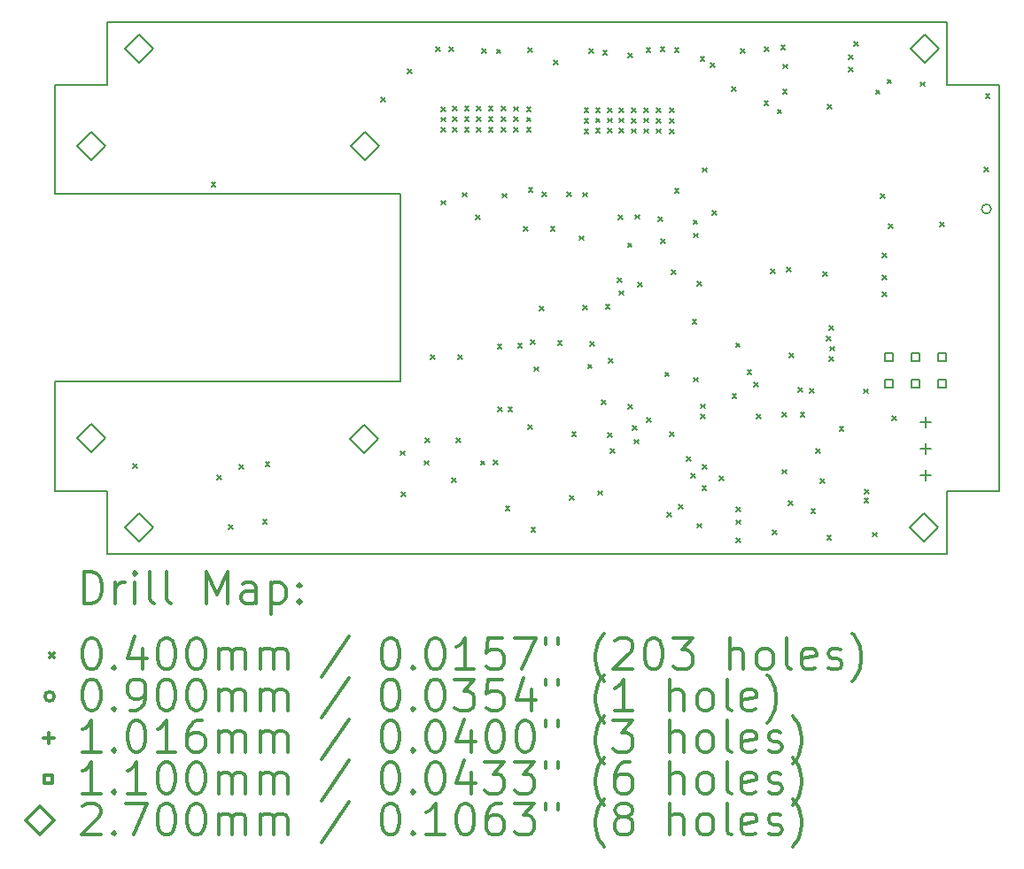
<source format=gbr>
%FSLAX45Y45*%
G04 Gerber Fmt 4.5, Leading zero omitted, Abs format (unit mm)*
G04 Created by KiCad (PCBNEW (5.1.10)-1) date 2021-08-05 17:20:47*
%MOMM*%
%LPD*%
G01*
G04 APERTURE LIST*
%TA.AperFunction,Profile*%
%ADD10C,0.203200*%
%TD*%
%ADD11C,0.200000*%
%ADD12C,0.300000*%
G04 APERTURE END LIST*
D10*
X15578460Y-9779300D02*
X15578460Y-11575080D01*
X12279000Y-9779300D02*
X15578460Y-9779300D01*
X12279000Y-8732820D02*
X12279000Y-9779300D01*
X20798160Y-8133380D02*
X12776840Y-8133380D01*
X21298540Y-8732820D02*
X21298540Y-8732820D01*
X12776840Y-12621560D02*
X12776840Y-13221000D01*
X15578460Y-11575080D02*
X12279000Y-11575080D01*
X12776840Y-8732820D02*
X12279000Y-8732820D01*
X12279000Y-12621560D02*
X12776840Y-12621560D01*
X21298540Y-12621560D02*
X21298540Y-8732820D01*
X20798160Y-12621560D02*
X21298540Y-12621560D01*
X20798160Y-13221000D02*
X20798160Y-12621560D01*
X12776840Y-13221000D02*
X20798160Y-13221000D01*
X20798160Y-8732820D02*
X20798160Y-8133380D01*
X21298540Y-8732820D02*
X20798160Y-8732820D01*
X12279000Y-11575080D02*
X12279000Y-12621560D01*
X12776840Y-8133380D02*
X12776840Y-8732820D01*
D11*
X13020000Y-12360000D02*
X13060000Y-12400000D01*
X13060000Y-12360000D02*
X13020000Y-12400000D01*
X13771000Y-9670000D02*
X13811000Y-9710000D01*
X13811000Y-9670000D02*
X13771000Y-9710000D01*
X13827000Y-12470000D02*
X13867000Y-12510000D01*
X13867000Y-12470000D02*
X13827000Y-12510000D01*
X13938000Y-12945000D02*
X13978000Y-12985000D01*
X13978000Y-12945000D02*
X13938000Y-12985000D01*
X14035000Y-12367000D02*
X14075000Y-12407000D01*
X14075000Y-12367000D02*
X14035000Y-12407000D01*
X14262000Y-12892000D02*
X14302000Y-12932000D01*
X14302000Y-12892000D02*
X14262000Y-12932000D01*
X14287000Y-12342000D02*
X14327000Y-12382000D01*
X14327000Y-12342000D02*
X14287000Y-12382000D01*
X15391000Y-8856000D02*
X15431000Y-8896000D01*
X15431000Y-8856000D02*
X15391000Y-8896000D01*
X15579000Y-12239000D02*
X15619000Y-12279000D01*
X15619000Y-12239000D02*
X15579000Y-12279000D01*
X15590000Y-12635000D02*
X15630000Y-12675000D01*
X15630000Y-12635000D02*
X15590000Y-12675000D01*
X15646370Y-8586370D02*
X15686370Y-8626370D01*
X15686370Y-8586370D02*
X15646370Y-8626370D01*
X15805000Y-12332000D02*
X15845000Y-12372000D01*
X15845000Y-12332000D02*
X15805000Y-12372000D01*
X15813000Y-12113000D02*
X15853000Y-12153000D01*
X15853000Y-12113000D02*
X15813000Y-12153000D01*
X15869001Y-11323000D02*
X15909001Y-11363000D01*
X15909001Y-11323000D02*
X15869001Y-11363000D01*
X15915500Y-8371500D02*
X15955500Y-8411500D01*
X15955500Y-8371500D02*
X15915500Y-8411500D01*
X15966782Y-9842218D02*
X16006782Y-9882218D01*
X16006782Y-9842218D02*
X15966782Y-9882218D01*
X15970000Y-8947000D02*
X16010000Y-8987000D01*
X16010000Y-8947000D02*
X15970000Y-8987000D01*
X15970000Y-9047000D02*
X16010000Y-9087000D01*
X16010000Y-9047000D02*
X15970000Y-9087000D01*
X15970000Y-9147000D02*
X16010000Y-9187000D01*
X16010000Y-9147000D02*
X15970000Y-9187000D01*
X16041766Y-8371766D02*
X16081766Y-8411766D01*
X16081766Y-8371766D02*
X16041766Y-8411766D01*
X16070000Y-12498000D02*
X16110000Y-12538000D01*
X16110000Y-12498000D02*
X16070000Y-12538000D01*
X16079609Y-8942609D02*
X16119609Y-8982609D01*
X16119609Y-8942609D02*
X16079609Y-8982609D01*
X16079609Y-9042609D02*
X16119609Y-9082609D01*
X16119609Y-9042609D02*
X16079609Y-9082609D01*
X16079609Y-9142609D02*
X16119609Y-9182609D01*
X16119609Y-9142609D02*
X16079609Y-9182609D01*
X16113000Y-12119000D02*
X16153000Y-12159000D01*
X16153000Y-12119000D02*
X16113000Y-12159000D01*
X16130000Y-11320000D02*
X16170000Y-11360000D01*
X16170000Y-11320000D02*
X16130000Y-11360000D01*
X16171000Y-9767000D02*
X16211000Y-9807000D01*
X16211000Y-9767000D02*
X16171000Y-9807000D01*
X16193000Y-8942000D02*
X16233000Y-8982000D01*
X16233000Y-8942000D02*
X16193000Y-8982000D01*
X16193000Y-9042000D02*
X16233000Y-9082000D01*
X16233000Y-9042000D02*
X16193000Y-9082000D01*
X16193000Y-9142000D02*
X16233000Y-9182000D01*
X16233000Y-9142000D02*
X16193000Y-9182000D01*
X16297000Y-9980000D02*
X16337000Y-10020000D01*
X16337000Y-9980000D02*
X16297000Y-10020000D01*
X16307000Y-8942000D02*
X16347000Y-8982000D01*
X16347000Y-8942000D02*
X16307000Y-8982000D01*
X16307000Y-9042000D02*
X16347000Y-9082000D01*
X16347000Y-9042000D02*
X16307000Y-9082000D01*
X16307000Y-9142000D02*
X16347000Y-9182000D01*
X16347000Y-9142000D02*
X16307000Y-9182000D01*
X16345000Y-12332000D02*
X16385000Y-12372000D01*
X16385000Y-12332000D02*
X16345000Y-12372000D01*
X16358000Y-8393000D02*
X16398000Y-8433000D01*
X16398000Y-8393000D02*
X16358000Y-8433000D01*
X16422000Y-8944000D02*
X16462000Y-8984000D01*
X16462000Y-8944000D02*
X16422000Y-8984000D01*
X16422000Y-9044000D02*
X16462000Y-9084000D01*
X16462000Y-9044000D02*
X16422000Y-9084000D01*
X16422000Y-9144000D02*
X16462000Y-9184000D01*
X16462000Y-9144000D02*
X16422000Y-9184000D01*
X16464750Y-12329750D02*
X16504750Y-12369750D01*
X16504750Y-12329750D02*
X16464750Y-12369750D01*
X16497000Y-8394000D02*
X16537000Y-8434000D01*
X16537000Y-8394000D02*
X16497000Y-8434000D01*
X16505000Y-11220000D02*
X16545000Y-11260000D01*
X16545000Y-11220000D02*
X16505000Y-11260000D01*
X16508000Y-11821000D02*
X16548000Y-11861000D01*
X16548000Y-11821000D02*
X16508000Y-11861000D01*
X16542000Y-8943000D02*
X16582000Y-8983000D01*
X16582000Y-8943000D02*
X16542000Y-8983000D01*
X16542000Y-9043000D02*
X16582000Y-9083000D01*
X16582000Y-9043000D02*
X16542000Y-9083000D01*
X16542000Y-9143000D02*
X16582000Y-9183000D01*
X16582000Y-9143000D02*
X16542000Y-9183000D01*
X16552000Y-9775000D02*
X16592000Y-9815000D01*
X16592000Y-9775000D02*
X16552000Y-9815000D01*
X16581000Y-12766000D02*
X16621000Y-12806000D01*
X16621000Y-12766000D02*
X16581000Y-12806000D01*
X16607993Y-11822176D02*
X16647993Y-11862176D01*
X16647993Y-11822176D02*
X16607993Y-11862176D01*
X16662000Y-8945000D02*
X16702000Y-8985000D01*
X16702000Y-8945000D02*
X16662000Y-8985000D01*
X16662000Y-9045000D02*
X16702000Y-9085000D01*
X16702000Y-9045000D02*
X16662000Y-9085000D01*
X16662000Y-9145000D02*
X16702000Y-9185000D01*
X16702000Y-9145000D02*
X16662000Y-9185000D01*
X16700000Y-11210000D02*
X16740000Y-11250000D01*
X16740000Y-11210000D02*
X16700000Y-11250000D01*
X16756000Y-10090000D02*
X16796000Y-10130000D01*
X16796000Y-10090000D02*
X16756000Y-10130000D01*
X16786000Y-8947000D02*
X16826000Y-8987000D01*
X16826000Y-8947000D02*
X16786000Y-8987000D01*
X16786000Y-9047000D02*
X16826000Y-9087000D01*
X16826000Y-9047000D02*
X16786000Y-9087000D01*
X16786000Y-9147000D02*
X16826000Y-9187000D01*
X16826000Y-9147000D02*
X16786000Y-9187000D01*
X16795000Y-8381000D02*
X16835000Y-8421000D01*
X16835000Y-8381000D02*
X16795000Y-8421000D01*
X16798000Y-11988000D02*
X16838000Y-12028000D01*
X16838000Y-11988000D02*
X16798000Y-12028000D01*
X16803000Y-9722000D02*
X16843000Y-9762000D01*
X16843000Y-9722000D02*
X16803000Y-9762000D01*
X16822000Y-11175000D02*
X16862000Y-11215000D01*
X16862000Y-11175000D02*
X16822000Y-11215000D01*
X16827000Y-12974000D02*
X16867000Y-13014000D01*
X16867000Y-12974000D02*
X16827000Y-13014000D01*
X16855000Y-11435000D02*
X16895000Y-11475000D01*
X16895000Y-11435000D02*
X16855000Y-11475000D01*
X16909000Y-10853000D02*
X16949000Y-10893000D01*
X16949000Y-10853000D02*
X16909000Y-10893000D01*
X16931655Y-9759501D02*
X16971655Y-9799501D01*
X16971655Y-9759501D02*
X16931655Y-9799501D01*
X17014000Y-10091000D02*
X17054000Y-10131000D01*
X17054000Y-10091000D02*
X17014000Y-10131000D01*
X17045000Y-8500000D02*
X17085000Y-8540000D01*
X17085000Y-8500000D02*
X17045000Y-8540000D01*
X17082000Y-11185000D02*
X17122000Y-11225000D01*
X17122000Y-11185000D02*
X17082000Y-11225000D01*
X17167500Y-9759501D02*
X17207500Y-9799501D01*
X17207500Y-9759501D02*
X17167500Y-9799501D01*
X17195000Y-12668000D02*
X17235000Y-12708000D01*
X17235000Y-12668000D02*
X17195000Y-12708000D01*
X17216000Y-12058000D02*
X17256000Y-12098000D01*
X17256000Y-12058000D02*
X17216000Y-12098000D01*
X17287000Y-10181000D02*
X17327000Y-10221000D01*
X17327000Y-10181000D02*
X17287000Y-10221000D01*
X17324000Y-10847000D02*
X17364000Y-10887000D01*
X17364000Y-10847000D02*
X17324000Y-10887000D01*
X17325000Y-9767000D02*
X17365000Y-9807000D01*
X17365000Y-9767000D02*
X17325000Y-9807000D01*
X17335000Y-8960000D02*
X17375000Y-9000000D01*
X17375000Y-8960000D02*
X17335000Y-9000000D01*
X17335000Y-9060000D02*
X17375000Y-9100000D01*
X17375000Y-9060000D02*
X17335000Y-9100000D01*
X17335000Y-9160000D02*
X17375000Y-9200000D01*
X17375000Y-9160000D02*
X17335000Y-9200000D01*
X17369000Y-11408000D02*
X17409000Y-11448000D01*
X17409000Y-11408000D02*
X17369000Y-11448000D01*
X17381000Y-8391000D02*
X17421000Y-8431000D01*
X17421000Y-8391000D02*
X17381000Y-8431000D01*
X17388000Y-11191000D02*
X17428000Y-11231000D01*
X17428000Y-11191000D02*
X17388000Y-11231000D01*
X17444609Y-8955609D02*
X17484609Y-8995609D01*
X17484609Y-8955609D02*
X17444609Y-8995609D01*
X17444609Y-9055609D02*
X17484609Y-9095609D01*
X17484609Y-9055609D02*
X17444609Y-9095609D01*
X17444609Y-9155609D02*
X17484609Y-9195609D01*
X17484609Y-9155609D02*
X17444609Y-9195609D01*
X17465000Y-12620000D02*
X17505000Y-12660000D01*
X17505000Y-12620000D02*
X17465000Y-12660000D01*
X17498851Y-11752095D02*
X17538851Y-11792095D01*
X17538851Y-11752095D02*
X17498851Y-11792095D01*
X17514000Y-8405000D02*
X17554000Y-8445000D01*
X17554000Y-8405000D02*
X17514000Y-8445000D01*
X17539000Y-10838000D02*
X17579000Y-10878000D01*
X17579000Y-10838000D02*
X17539000Y-10878000D01*
X17558000Y-8955000D02*
X17598000Y-8995000D01*
X17598000Y-8955000D02*
X17558000Y-8995000D01*
X17558000Y-9055000D02*
X17598000Y-9095000D01*
X17598000Y-9055000D02*
X17558000Y-9095000D01*
X17558000Y-9155000D02*
X17598000Y-9195000D01*
X17598000Y-9155000D02*
X17558000Y-9195000D01*
X17559000Y-12067000D02*
X17599000Y-12107000D01*
X17599000Y-12067000D02*
X17559000Y-12107000D01*
X17571000Y-11356000D02*
X17611000Y-11396000D01*
X17611000Y-11356000D02*
X17571000Y-11396000D01*
X17583000Y-12215001D02*
X17623000Y-12255001D01*
X17623000Y-12215001D02*
X17583000Y-12255001D01*
X17651266Y-10583734D02*
X17691266Y-10623734D01*
X17691266Y-10583734D02*
X17651266Y-10623734D01*
X17662000Y-9980000D02*
X17702000Y-10020000D01*
X17702000Y-9980000D02*
X17662000Y-10020000D01*
X17672000Y-8955000D02*
X17712000Y-8995000D01*
X17712000Y-8955000D02*
X17672000Y-8995000D01*
X17672000Y-9055000D02*
X17712000Y-9095000D01*
X17712000Y-9055000D02*
X17672000Y-9095000D01*
X17672000Y-9155000D02*
X17712000Y-9195000D01*
X17712000Y-9155000D02*
X17672000Y-9195000D01*
X17672000Y-10707000D02*
X17712000Y-10747000D01*
X17712000Y-10707000D02*
X17672000Y-10747000D01*
X17751242Y-10249212D02*
X17791242Y-10289212D01*
X17791242Y-10249212D02*
X17751242Y-10289212D01*
X17755000Y-11792000D02*
X17795000Y-11832000D01*
X17795000Y-11792000D02*
X17755000Y-11832000D01*
X17756000Y-8432000D02*
X17796000Y-8472000D01*
X17796000Y-8432000D02*
X17756000Y-8472000D01*
X17787000Y-8957000D02*
X17827000Y-8997000D01*
X17827000Y-8957000D02*
X17787000Y-8997000D01*
X17787000Y-9057000D02*
X17827000Y-9097000D01*
X17827000Y-9057000D02*
X17787000Y-9097000D01*
X17787000Y-9157000D02*
X17827000Y-9197000D01*
X17827000Y-9157000D02*
X17787000Y-9197000D01*
X17796000Y-11997000D02*
X17836000Y-12037000D01*
X17836000Y-11997000D02*
X17796000Y-12037000D01*
X17817000Y-12129500D02*
X17857000Y-12169500D01*
X17857000Y-12129500D02*
X17817000Y-12169500D01*
X17820000Y-9979000D02*
X17860000Y-10019000D01*
X17860000Y-9979000D02*
X17820000Y-10019000D01*
X17850000Y-10625000D02*
X17890000Y-10665000D01*
X17890000Y-10625000D02*
X17850000Y-10665000D01*
X17907000Y-8956000D02*
X17947000Y-8996000D01*
X17947000Y-8956000D02*
X17907000Y-8996000D01*
X17907000Y-9056000D02*
X17947000Y-9096000D01*
X17947000Y-9056000D02*
X17907000Y-9096000D01*
X17907000Y-9156000D02*
X17947000Y-9196000D01*
X17947000Y-9156000D02*
X17907000Y-9196000D01*
X17929000Y-8380000D02*
X17969000Y-8420000D01*
X17969000Y-8380000D02*
X17929000Y-8420000D01*
X17932000Y-11924000D02*
X17972000Y-11964000D01*
X17972000Y-11924000D02*
X17932000Y-11964000D01*
X18027000Y-8958000D02*
X18067000Y-8998000D01*
X18067000Y-8958000D02*
X18027000Y-8998000D01*
X18027000Y-9058000D02*
X18067000Y-9098000D01*
X18067000Y-9058000D02*
X18027000Y-9098000D01*
X18027000Y-9158000D02*
X18067000Y-9198000D01*
X18067000Y-9158000D02*
X18027000Y-9198000D01*
X18045000Y-9999000D02*
X18085000Y-10039000D01*
X18085000Y-9999000D02*
X18045000Y-10039000D01*
X18064000Y-8374000D02*
X18104000Y-8414000D01*
X18104000Y-8374000D02*
X18064000Y-8414000D01*
X18070000Y-10209000D02*
X18110000Y-10249000D01*
X18110000Y-10209000D02*
X18070000Y-10249000D01*
X18105000Y-11486000D02*
X18145000Y-11526000D01*
X18145000Y-11486000D02*
X18105000Y-11526000D01*
X18128000Y-12830000D02*
X18168000Y-12870000D01*
X18168000Y-12830000D02*
X18128000Y-12870000D01*
X18151000Y-8960000D02*
X18191000Y-9000000D01*
X18191000Y-8960000D02*
X18151000Y-9000000D01*
X18151000Y-9060000D02*
X18191000Y-9100000D01*
X18191000Y-9060000D02*
X18151000Y-9100000D01*
X18151000Y-9160000D02*
X18191000Y-9200000D01*
X18191000Y-9160000D02*
X18151000Y-9200000D01*
X18152000Y-12059000D02*
X18192000Y-12099000D01*
X18192000Y-12059000D02*
X18152000Y-12099000D01*
X18167000Y-10506000D02*
X18207000Y-10546000D01*
X18207000Y-10506000D02*
X18167000Y-10546000D01*
X18198485Y-9728515D02*
X18238485Y-9768515D01*
X18238485Y-9728515D02*
X18198485Y-9768515D01*
X18200000Y-8380000D02*
X18240000Y-8420000D01*
X18240000Y-8380000D02*
X18200000Y-8420000D01*
X18238000Y-12754000D02*
X18278000Y-12794000D01*
X18278000Y-12754000D02*
X18238000Y-12794000D01*
X18310500Y-12294500D02*
X18350500Y-12334500D01*
X18350500Y-12294500D02*
X18310500Y-12334500D01*
X18354000Y-12454000D02*
X18394000Y-12494000D01*
X18394000Y-12454000D02*
X18354000Y-12494000D01*
X18369000Y-10983000D02*
X18409000Y-11023000D01*
X18409000Y-10983000D02*
X18369000Y-11023000D01*
X18376000Y-10028000D02*
X18416000Y-10068000D01*
X18416000Y-10028000D02*
X18376000Y-10068000D01*
X18381000Y-10156000D02*
X18421000Y-10196000D01*
X18421000Y-10156000D02*
X18381000Y-10196000D01*
X18381000Y-11535000D02*
X18421000Y-11575000D01*
X18421000Y-11535000D02*
X18381000Y-11575000D01*
X18415000Y-10618000D02*
X18455000Y-10658000D01*
X18455000Y-10618000D02*
X18415000Y-10658000D01*
X18416000Y-12934000D02*
X18456000Y-12974000D01*
X18456000Y-12934000D02*
X18416000Y-12974000D01*
X18445000Y-8465000D02*
X18485000Y-8505000D01*
X18485000Y-8465000D02*
X18445000Y-8505000D01*
X18447948Y-11790005D02*
X18487948Y-11830005D01*
X18487948Y-11790005D02*
X18447948Y-11830005D01*
X18449000Y-11890000D02*
X18489000Y-11930000D01*
X18489000Y-11890000D02*
X18449000Y-11930000D01*
X18461000Y-12572000D02*
X18501000Y-12612000D01*
X18501000Y-12572000D02*
X18461000Y-12612000D01*
X18466370Y-9528630D02*
X18506370Y-9568630D01*
X18506370Y-9528630D02*
X18466370Y-9568630D01*
X18466535Y-12367000D02*
X18506535Y-12407000D01*
X18506535Y-12367000D02*
X18466535Y-12407000D01*
X18544000Y-8526000D02*
X18584000Y-8566000D01*
X18584000Y-8526000D02*
X18544000Y-8566000D01*
X18556000Y-9941000D02*
X18596000Y-9981000D01*
X18596000Y-9941000D02*
X18556000Y-9981000D01*
X18629000Y-12481000D02*
X18669000Y-12521000D01*
X18669000Y-12481000D02*
X18629000Y-12521000D01*
X18748000Y-8752500D02*
X18788000Y-8792500D01*
X18788000Y-8752500D02*
X18748000Y-8792500D01*
X18749000Y-11694000D02*
X18789000Y-11734000D01*
X18789000Y-11694000D02*
X18749000Y-11734000D01*
X18783000Y-11206000D02*
X18823000Y-11246000D01*
X18823000Y-11206000D02*
X18783000Y-11246000D01*
X18787000Y-12900000D02*
X18827000Y-12940000D01*
X18827000Y-12900000D02*
X18787000Y-12940000D01*
X18789000Y-13073000D02*
X18829000Y-13113000D01*
X18829000Y-13073000D02*
X18789000Y-13113000D01*
X18790000Y-12774000D02*
X18830000Y-12814000D01*
X18830000Y-12774000D02*
X18790000Y-12814000D01*
X18827000Y-8393000D02*
X18867000Y-8433000D01*
X18867000Y-8393000D02*
X18827000Y-8433000D01*
X18893806Y-11466700D02*
X18933806Y-11506700D01*
X18933806Y-11466700D02*
X18893806Y-11506700D01*
X18955000Y-11583000D02*
X18995000Y-11623000D01*
X18995000Y-11583000D02*
X18955000Y-11623000D01*
X18985000Y-11887000D02*
X19025000Y-11927000D01*
X19025000Y-11887000D02*
X18985000Y-11927000D01*
X19054000Y-8892000D02*
X19094000Y-8932000D01*
X19094000Y-8892000D02*
X19054000Y-8932000D01*
X19059388Y-8372456D02*
X19099388Y-8412457D01*
X19099388Y-8372456D02*
X19059388Y-8412457D01*
X19117000Y-10497000D02*
X19157000Y-10537000D01*
X19157000Y-10497000D02*
X19117000Y-10537000D01*
X19132000Y-12999000D02*
X19172000Y-13039000D01*
X19172000Y-12999000D02*
X19132000Y-13039000D01*
X19181000Y-8970000D02*
X19221000Y-9010000D01*
X19221000Y-8970000D02*
X19181000Y-9010000D01*
X19215000Y-8354000D02*
X19255000Y-8394000D01*
X19255000Y-8354000D02*
X19215000Y-8394000D01*
X19228000Y-12416500D02*
X19268000Y-12456500D01*
X19268000Y-12416500D02*
X19228000Y-12456500D01*
X19230000Y-11873000D02*
X19270000Y-11913000D01*
X19270000Y-11873000D02*
X19230000Y-11913000D01*
X19232000Y-8783000D02*
X19272000Y-8823000D01*
X19272000Y-8783000D02*
X19232000Y-8823000D01*
X19237336Y-8539501D02*
X19277336Y-8579501D01*
X19277336Y-8539501D02*
X19237336Y-8579501D01*
X19269000Y-10482000D02*
X19309000Y-10522000D01*
X19309000Y-10482000D02*
X19269000Y-10522000D01*
X19285015Y-12719252D02*
X19325015Y-12759252D01*
X19325015Y-12719252D02*
X19285015Y-12759252D01*
X19297000Y-11304000D02*
X19337000Y-11344000D01*
X19337000Y-11304000D02*
X19297000Y-11344000D01*
X19378000Y-11632000D02*
X19418000Y-11672000D01*
X19418000Y-11632000D02*
X19378000Y-11672000D01*
X19401000Y-11869000D02*
X19441000Y-11909000D01*
X19441000Y-11869000D02*
X19401000Y-11909000D01*
X19490000Y-11642000D02*
X19530000Y-11682000D01*
X19530000Y-11642000D02*
X19490000Y-11682000D01*
X19504000Y-12796000D02*
X19544000Y-12836000D01*
X19544000Y-12796000D02*
X19504000Y-12836000D01*
X19548000Y-12219000D02*
X19588000Y-12259000D01*
X19588000Y-12219000D02*
X19548000Y-12259000D01*
X19590000Y-12506000D02*
X19630000Y-12546000D01*
X19630000Y-12506000D02*
X19590000Y-12546000D01*
X19618000Y-10525000D02*
X19658000Y-10565000D01*
X19658000Y-10525000D02*
X19618000Y-10565000D01*
X19652805Y-11139728D02*
X19692805Y-11179728D01*
X19692805Y-11139728D02*
X19652805Y-11179728D01*
X19655000Y-13048000D02*
X19695000Y-13088000D01*
X19695000Y-13048000D02*
X19655000Y-13088000D01*
X19660000Y-8925000D02*
X19700000Y-8965000D01*
X19700000Y-8925000D02*
X19660000Y-8965000D01*
X19674000Y-11042000D02*
X19714000Y-11082000D01*
X19714000Y-11042000D02*
X19674000Y-11082000D01*
X19677630Y-11338797D02*
X19717630Y-11378797D01*
X19717630Y-11338797D02*
X19677630Y-11378797D01*
X19684000Y-11239000D02*
X19724000Y-11279000D01*
X19724000Y-11239000D02*
X19684000Y-11279000D01*
X19773000Y-12007000D02*
X19813000Y-12047000D01*
X19813000Y-12007000D02*
X19773000Y-12047000D01*
X19862000Y-8450000D02*
X19902000Y-8490000D01*
X19902000Y-8450000D02*
X19862000Y-8490000D01*
X19865000Y-8569000D02*
X19905000Y-8609000D01*
X19905000Y-8569000D02*
X19865000Y-8609000D01*
X19911000Y-8322999D02*
X19951000Y-8362999D01*
X19951000Y-8322999D02*
X19911000Y-8362999D01*
X20004000Y-11645532D02*
X20044000Y-11685532D01*
X20044000Y-11645532D02*
X20004000Y-11685532D01*
X20011000Y-12692000D02*
X20051000Y-12732000D01*
X20051000Y-12692000D02*
X20011000Y-12732000D01*
X20016000Y-12605000D02*
X20056000Y-12645000D01*
X20056000Y-12605000D02*
X20016000Y-12645000D01*
X20093000Y-13017000D02*
X20133000Y-13057000D01*
X20133000Y-13017000D02*
X20093000Y-13057000D01*
X20119997Y-8785000D02*
X20159997Y-8825000D01*
X20159997Y-8785000D02*
X20119997Y-8825000D01*
X20168000Y-9777000D02*
X20208000Y-9817000D01*
X20208000Y-9777000D02*
X20168000Y-9817000D01*
X20184000Y-10716000D02*
X20224000Y-10756000D01*
X20224000Y-10716000D02*
X20184000Y-10756000D01*
X20185513Y-10559204D02*
X20225513Y-10599204D01*
X20225513Y-10559204D02*
X20185513Y-10599204D01*
X20187000Y-10347000D02*
X20227000Y-10387000D01*
X20227000Y-10347000D02*
X20187000Y-10387000D01*
X20232000Y-8683000D02*
X20272000Y-8723000D01*
X20272000Y-8683000D02*
X20232000Y-8723000D01*
X20243999Y-10067000D02*
X20283999Y-10107000D01*
X20283999Y-10067000D02*
X20243999Y-10107000D01*
X20276000Y-11906000D02*
X20316000Y-11946000D01*
X20316000Y-11906000D02*
X20276000Y-11946000D01*
X20550000Y-8709000D02*
X20590000Y-8749000D01*
X20590000Y-8709000D02*
X20550000Y-8749000D01*
X20733000Y-10053000D02*
X20773000Y-10093000D01*
X20773000Y-10053000D02*
X20733000Y-10093000D01*
X21157000Y-9526000D02*
X21197000Y-9566000D01*
X21197000Y-9526000D02*
X21157000Y-9566000D01*
X21170000Y-8824000D02*
X21210000Y-8864000D01*
X21210000Y-8824000D02*
X21170000Y-8864000D01*
X21224000Y-9923000D02*
G75*
G03*
X21224000Y-9923000I-45000J0D01*
G01*
X20600000Y-11911200D02*
X20600000Y-12012800D01*
X20549200Y-11962000D02*
X20650800Y-11962000D01*
X20600000Y-12165200D02*
X20600000Y-12266800D01*
X20549200Y-12216000D02*
X20650800Y-12216000D01*
X20600000Y-12419200D02*
X20600000Y-12520800D01*
X20549200Y-12470000D02*
X20650800Y-12470000D01*
X20285891Y-11379891D02*
X20285891Y-11302109D01*
X20208109Y-11302109D01*
X20208109Y-11379891D01*
X20285891Y-11379891D01*
X20285891Y-11633891D02*
X20285891Y-11556109D01*
X20208109Y-11556109D01*
X20208109Y-11633891D01*
X20285891Y-11633891D01*
X20539891Y-11379891D02*
X20539891Y-11302109D01*
X20462109Y-11302109D01*
X20462109Y-11379891D01*
X20539891Y-11379891D01*
X20539891Y-11633891D02*
X20539891Y-11556109D01*
X20462109Y-11556109D01*
X20462109Y-11633891D01*
X20539891Y-11633891D01*
X20793891Y-11379891D02*
X20793891Y-11302109D01*
X20716109Y-11302109D01*
X20716109Y-11379891D01*
X20793891Y-11379891D01*
X20793891Y-11633891D02*
X20793891Y-11556109D01*
X20716109Y-11556109D01*
X20716109Y-11633891D01*
X20793891Y-11633891D01*
X12626340Y-9457560D02*
X12761340Y-9322560D01*
X12626340Y-9187560D01*
X12491340Y-9322560D01*
X12626340Y-9457560D01*
X12626340Y-12251560D02*
X12761340Y-12116560D01*
X12626340Y-11981560D01*
X12491340Y-12116560D01*
X12626340Y-12251560D01*
X13083000Y-8528000D02*
X13218000Y-8393000D01*
X13083000Y-8258000D01*
X12948000Y-8393000D01*
X13083000Y-8528000D01*
X13083540Y-13102460D02*
X13218540Y-12967460D01*
X13083540Y-12832460D01*
X12948540Y-12967460D01*
X13083540Y-13102460D01*
X15229840Y-12261720D02*
X15364840Y-12126720D01*
X15229840Y-11991720D01*
X15094840Y-12126720D01*
X15229840Y-12261720D01*
X15237460Y-9455020D02*
X15372460Y-9320020D01*
X15237460Y-9185020D01*
X15102460Y-9320020D01*
X15237460Y-9455020D01*
X20584160Y-13105000D02*
X20719160Y-12970000D01*
X20584160Y-12835000D01*
X20449160Y-12970000D01*
X20584160Y-13105000D01*
X20586700Y-8525380D02*
X20721700Y-8390380D01*
X20586700Y-8255380D01*
X20451700Y-8390380D01*
X20586700Y-8525380D01*
D12*
X12555268Y-13696874D02*
X12555268Y-13396874D01*
X12626697Y-13396874D01*
X12669554Y-13411160D01*
X12698126Y-13439731D01*
X12712411Y-13468303D01*
X12726697Y-13525446D01*
X12726697Y-13568303D01*
X12712411Y-13625446D01*
X12698126Y-13654017D01*
X12669554Y-13682589D01*
X12626697Y-13696874D01*
X12555268Y-13696874D01*
X12855268Y-13696874D02*
X12855268Y-13496874D01*
X12855268Y-13554017D02*
X12869554Y-13525446D01*
X12883840Y-13511160D01*
X12912411Y-13496874D01*
X12940983Y-13496874D01*
X13040983Y-13696874D02*
X13040983Y-13496874D01*
X13040983Y-13396874D02*
X13026697Y-13411160D01*
X13040983Y-13425446D01*
X13055268Y-13411160D01*
X13040983Y-13396874D01*
X13040983Y-13425446D01*
X13226697Y-13696874D02*
X13198126Y-13682589D01*
X13183840Y-13654017D01*
X13183840Y-13396874D01*
X13383840Y-13696874D02*
X13355268Y-13682589D01*
X13340983Y-13654017D01*
X13340983Y-13396874D01*
X13726697Y-13696874D02*
X13726697Y-13396874D01*
X13826697Y-13611160D01*
X13926697Y-13396874D01*
X13926697Y-13696874D01*
X14198126Y-13696874D02*
X14198126Y-13539731D01*
X14183840Y-13511160D01*
X14155268Y-13496874D01*
X14098126Y-13496874D01*
X14069554Y-13511160D01*
X14198126Y-13682589D02*
X14169554Y-13696874D01*
X14098126Y-13696874D01*
X14069554Y-13682589D01*
X14055268Y-13654017D01*
X14055268Y-13625446D01*
X14069554Y-13596874D01*
X14098126Y-13582589D01*
X14169554Y-13582589D01*
X14198126Y-13568303D01*
X14340983Y-13496874D02*
X14340983Y-13796874D01*
X14340983Y-13511160D02*
X14369554Y-13496874D01*
X14426697Y-13496874D01*
X14455268Y-13511160D01*
X14469554Y-13525446D01*
X14483840Y-13554017D01*
X14483840Y-13639731D01*
X14469554Y-13668303D01*
X14455268Y-13682589D01*
X14426697Y-13696874D01*
X14369554Y-13696874D01*
X14340983Y-13682589D01*
X14612411Y-13668303D02*
X14626697Y-13682589D01*
X14612411Y-13696874D01*
X14598126Y-13682589D01*
X14612411Y-13668303D01*
X14612411Y-13696874D01*
X14612411Y-13511160D02*
X14626697Y-13525446D01*
X14612411Y-13539731D01*
X14598126Y-13525446D01*
X14612411Y-13511160D01*
X14612411Y-13539731D01*
X12228840Y-14171160D02*
X12268840Y-14211160D01*
X12268840Y-14171160D02*
X12228840Y-14211160D01*
X12612411Y-14026874D02*
X12640983Y-14026874D01*
X12669554Y-14041160D01*
X12683840Y-14055446D01*
X12698126Y-14084017D01*
X12712411Y-14141160D01*
X12712411Y-14212589D01*
X12698126Y-14269731D01*
X12683840Y-14298303D01*
X12669554Y-14312589D01*
X12640983Y-14326874D01*
X12612411Y-14326874D01*
X12583840Y-14312589D01*
X12569554Y-14298303D01*
X12555268Y-14269731D01*
X12540983Y-14212589D01*
X12540983Y-14141160D01*
X12555268Y-14084017D01*
X12569554Y-14055446D01*
X12583840Y-14041160D01*
X12612411Y-14026874D01*
X12840983Y-14298303D02*
X12855268Y-14312589D01*
X12840983Y-14326874D01*
X12826697Y-14312589D01*
X12840983Y-14298303D01*
X12840983Y-14326874D01*
X13112411Y-14126874D02*
X13112411Y-14326874D01*
X13040983Y-14012589D02*
X12969554Y-14226874D01*
X13155268Y-14226874D01*
X13326697Y-14026874D02*
X13355268Y-14026874D01*
X13383840Y-14041160D01*
X13398126Y-14055446D01*
X13412411Y-14084017D01*
X13426697Y-14141160D01*
X13426697Y-14212589D01*
X13412411Y-14269731D01*
X13398126Y-14298303D01*
X13383840Y-14312589D01*
X13355268Y-14326874D01*
X13326697Y-14326874D01*
X13298126Y-14312589D01*
X13283840Y-14298303D01*
X13269554Y-14269731D01*
X13255268Y-14212589D01*
X13255268Y-14141160D01*
X13269554Y-14084017D01*
X13283840Y-14055446D01*
X13298126Y-14041160D01*
X13326697Y-14026874D01*
X13612411Y-14026874D02*
X13640983Y-14026874D01*
X13669554Y-14041160D01*
X13683840Y-14055446D01*
X13698126Y-14084017D01*
X13712411Y-14141160D01*
X13712411Y-14212589D01*
X13698126Y-14269731D01*
X13683840Y-14298303D01*
X13669554Y-14312589D01*
X13640983Y-14326874D01*
X13612411Y-14326874D01*
X13583840Y-14312589D01*
X13569554Y-14298303D01*
X13555268Y-14269731D01*
X13540983Y-14212589D01*
X13540983Y-14141160D01*
X13555268Y-14084017D01*
X13569554Y-14055446D01*
X13583840Y-14041160D01*
X13612411Y-14026874D01*
X13840983Y-14326874D02*
X13840983Y-14126874D01*
X13840983Y-14155446D02*
X13855268Y-14141160D01*
X13883840Y-14126874D01*
X13926697Y-14126874D01*
X13955268Y-14141160D01*
X13969554Y-14169731D01*
X13969554Y-14326874D01*
X13969554Y-14169731D02*
X13983840Y-14141160D01*
X14012411Y-14126874D01*
X14055268Y-14126874D01*
X14083840Y-14141160D01*
X14098126Y-14169731D01*
X14098126Y-14326874D01*
X14240983Y-14326874D02*
X14240983Y-14126874D01*
X14240983Y-14155446D02*
X14255268Y-14141160D01*
X14283840Y-14126874D01*
X14326697Y-14126874D01*
X14355268Y-14141160D01*
X14369554Y-14169731D01*
X14369554Y-14326874D01*
X14369554Y-14169731D02*
X14383840Y-14141160D01*
X14412411Y-14126874D01*
X14455268Y-14126874D01*
X14483840Y-14141160D01*
X14498126Y-14169731D01*
X14498126Y-14326874D01*
X15083840Y-14012589D02*
X14826697Y-14398303D01*
X15469554Y-14026874D02*
X15498126Y-14026874D01*
X15526697Y-14041160D01*
X15540983Y-14055446D01*
X15555268Y-14084017D01*
X15569554Y-14141160D01*
X15569554Y-14212589D01*
X15555268Y-14269731D01*
X15540983Y-14298303D01*
X15526697Y-14312589D01*
X15498126Y-14326874D01*
X15469554Y-14326874D01*
X15440983Y-14312589D01*
X15426697Y-14298303D01*
X15412411Y-14269731D01*
X15398126Y-14212589D01*
X15398126Y-14141160D01*
X15412411Y-14084017D01*
X15426697Y-14055446D01*
X15440983Y-14041160D01*
X15469554Y-14026874D01*
X15698126Y-14298303D02*
X15712411Y-14312589D01*
X15698126Y-14326874D01*
X15683840Y-14312589D01*
X15698126Y-14298303D01*
X15698126Y-14326874D01*
X15898126Y-14026874D02*
X15926697Y-14026874D01*
X15955268Y-14041160D01*
X15969554Y-14055446D01*
X15983840Y-14084017D01*
X15998126Y-14141160D01*
X15998126Y-14212589D01*
X15983840Y-14269731D01*
X15969554Y-14298303D01*
X15955268Y-14312589D01*
X15926697Y-14326874D01*
X15898126Y-14326874D01*
X15869554Y-14312589D01*
X15855268Y-14298303D01*
X15840983Y-14269731D01*
X15826697Y-14212589D01*
X15826697Y-14141160D01*
X15840983Y-14084017D01*
X15855268Y-14055446D01*
X15869554Y-14041160D01*
X15898126Y-14026874D01*
X16283840Y-14326874D02*
X16112411Y-14326874D01*
X16198126Y-14326874D02*
X16198126Y-14026874D01*
X16169554Y-14069731D01*
X16140983Y-14098303D01*
X16112411Y-14112589D01*
X16555268Y-14026874D02*
X16412411Y-14026874D01*
X16398126Y-14169731D01*
X16412411Y-14155446D01*
X16440983Y-14141160D01*
X16512411Y-14141160D01*
X16540983Y-14155446D01*
X16555268Y-14169731D01*
X16569554Y-14198303D01*
X16569554Y-14269731D01*
X16555268Y-14298303D01*
X16540983Y-14312589D01*
X16512411Y-14326874D01*
X16440983Y-14326874D01*
X16412411Y-14312589D01*
X16398126Y-14298303D01*
X16669554Y-14026874D02*
X16869554Y-14026874D01*
X16740983Y-14326874D01*
X16969554Y-14026874D02*
X16969554Y-14084017D01*
X17083840Y-14026874D02*
X17083840Y-14084017D01*
X17526697Y-14441160D02*
X17512411Y-14426874D01*
X17483840Y-14384017D01*
X17469554Y-14355446D01*
X17455268Y-14312589D01*
X17440983Y-14241160D01*
X17440983Y-14184017D01*
X17455268Y-14112589D01*
X17469554Y-14069731D01*
X17483840Y-14041160D01*
X17512411Y-13998303D01*
X17526697Y-13984017D01*
X17626697Y-14055446D02*
X17640983Y-14041160D01*
X17669554Y-14026874D01*
X17740983Y-14026874D01*
X17769554Y-14041160D01*
X17783840Y-14055446D01*
X17798126Y-14084017D01*
X17798126Y-14112589D01*
X17783840Y-14155446D01*
X17612411Y-14326874D01*
X17798126Y-14326874D01*
X17983840Y-14026874D02*
X18012411Y-14026874D01*
X18040983Y-14041160D01*
X18055268Y-14055446D01*
X18069554Y-14084017D01*
X18083840Y-14141160D01*
X18083840Y-14212589D01*
X18069554Y-14269731D01*
X18055268Y-14298303D01*
X18040983Y-14312589D01*
X18012411Y-14326874D01*
X17983840Y-14326874D01*
X17955268Y-14312589D01*
X17940983Y-14298303D01*
X17926697Y-14269731D01*
X17912411Y-14212589D01*
X17912411Y-14141160D01*
X17926697Y-14084017D01*
X17940983Y-14055446D01*
X17955268Y-14041160D01*
X17983840Y-14026874D01*
X18183840Y-14026874D02*
X18369554Y-14026874D01*
X18269554Y-14141160D01*
X18312411Y-14141160D01*
X18340983Y-14155446D01*
X18355268Y-14169731D01*
X18369554Y-14198303D01*
X18369554Y-14269731D01*
X18355268Y-14298303D01*
X18340983Y-14312589D01*
X18312411Y-14326874D01*
X18226697Y-14326874D01*
X18198126Y-14312589D01*
X18183840Y-14298303D01*
X18726697Y-14326874D02*
X18726697Y-14026874D01*
X18855268Y-14326874D02*
X18855268Y-14169731D01*
X18840983Y-14141160D01*
X18812411Y-14126874D01*
X18769554Y-14126874D01*
X18740983Y-14141160D01*
X18726697Y-14155446D01*
X19040983Y-14326874D02*
X19012411Y-14312589D01*
X18998126Y-14298303D01*
X18983840Y-14269731D01*
X18983840Y-14184017D01*
X18998126Y-14155446D01*
X19012411Y-14141160D01*
X19040983Y-14126874D01*
X19083840Y-14126874D01*
X19112411Y-14141160D01*
X19126697Y-14155446D01*
X19140983Y-14184017D01*
X19140983Y-14269731D01*
X19126697Y-14298303D01*
X19112411Y-14312589D01*
X19083840Y-14326874D01*
X19040983Y-14326874D01*
X19312411Y-14326874D02*
X19283840Y-14312589D01*
X19269554Y-14284017D01*
X19269554Y-14026874D01*
X19540983Y-14312589D02*
X19512411Y-14326874D01*
X19455268Y-14326874D01*
X19426697Y-14312589D01*
X19412411Y-14284017D01*
X19412411Y-14169731D01*
X19426697Y-14141160D01*
X19455268Y-14126874D01*
X19512411Y-14126874D01*
X19540983Y-14141160D01*
X19555268Y-14169731D01*
X19555268Y-14198303D01*
X19412411Y-14226874D01*
X19669554Y-14312589D02*
X19698126Y-14326874D01*
X19755268Y-14326874D01*
X19783840Y-14312589D01*
X19798126Y-14284017D01*
X19798126Y-14269731D01*
X19783840Y-14241160D01*
X19755268Y-14226874D01*
X19712411Y-14226874D01*
X19683840Y-14212589D01*
X19669554Y-14184017D01*
X19669554Y-14169731D01*
X19683840Y-14141160D01*
X19712411Y-14126874D01*
X19755268Y-14126874D01*
X19783840Y-14141160D01*
X19898126Y-14441160D02*
X19912411Y-14426874D01*
X19940983Y-14384017D01*
X19955268Y-14355446D01*
X19969554Y-14312589D01*
X19983840Y-14241160D01*
X19983840Y-14184017D01*
X19969554Y-14112589D01*
X19955268Y-14069731D01*
X19940983Y-14041160D01*
X19912411Y-13998303D01*
X19898126Y-13984017D01*
X12268840Y-14587160D02*
G75*
G03*
X12268840Y-14587160I-45000J0D01*
G01*
X12612411Y-14422874D02*
X12640983Y-14422874D01*
X12669554Y-14437160D01*
X12683840Y-14451446D01*
X12698126Y-14480017D01*
X12712411Y-14537160D01*
X12712411Y-14608589D01*
X12698126Y-14665731D01*
X12683840Y-14694303D01*
X12669554Y-14708589D01*
X12640983Y-14722874D01*
X12612411Y-14722874D01*
X12583840Y-14708589D01*
X12569554Y-14694303D01*
X12555268Y-14665731D01*
X12540983Y-14608589D01*
X12540983Y-14537160D01*
X12555268Y-14480017D01*
X12569554Y-14451446D01*
X12583840Y-14437160D01*
X12612411Y-14422874D01*
X12840983Y-14694303D02*
X12855268Y-14708589D01*
X12840983Y-14722874D01*
X12826697Y-14708589D01*
X12840983Y-14694303D01*
X12840983Y-14722874D01*
X12998126Y-14722874D02*
X13055268Y-14722874D01*
X13083840Y-14708589D01*
X13098126Y-14694303D01*
X13126697Y-14651446D01*
X13140983Y-14594303D01*
X13140983Y-14480017D01*
X13126697Y-14451446D01*
X13112411Y-14437160D01*
X13083840Y-14422874D01*
X13026697Y-14422874D01*
X12998126Y-14437160D01*
X12983840Y-14451446D01*
X12969554Y-14480017D01*
X12969554Y-14551446D01*
X12983840Y-14580017D01*
X12998126Y-14594303D01*
X13026697Y-14608589D01*
X13083840Y-14608589D01*
X13112411Y-14594303D01*
X13126697Y-14580017D01*
X13140983Y-14551446D01*
X13326697Y-14422874D02*
X13355268Y-14422874D01*
X13383840Y-14437160D01*
X13398126Y-14451446D01*
X13412411Y-14480017D01*
X13426697Y-14537160D01*
X13426697Y-14608589D01*
X13412411Y-14665731D01*
X13398126Y-14694303D01*
X13383840Y-14708589D01*
X13355268Y-14722874D01*
X13326697Y-14722874D01*
X13298126Y-14708589D01*
X13283840Y-14694303D01*
X13269554Y-14665731D01*
X13255268Y-14608589D01*
X13255268Y-14537160D01*
X13269554Y-14480017D01*
X13283840Y-14451446D01*
X13298126Y-14437160D01*
X13326697Y-14422874D01*
X13612411Y-14422874D02*
X13640983Y-14422874D01*
X13669554Y-14437160D01*
X13683840Y-14451446D01*
X13698126Y-14480017D01*
X13712411Y-14537160D01*
X13712411Y-14608589D01*
X13698126Y-14665731D01*
X13683840Y-14694303D01*
X13669554Y-14708589D01*
X13640983Y-14722874D01*
X13612411Y-14722874D01*
X13583840Y-14708589D01*
X13569554Y-14694303D01*
X13555268Y-14665731D01*
X13540983Y-14608589D01*
X13540983Y-14537160D01*
X13555268Y-14480017D01*
X13569554Y-14451446D01*
X13583840Y-14437160D01*
X13612411Y-14422874D01*
X13840983Y-14722874D02*
X13840983Y-14522874D01*
X13840983Y-14551446D02*
X13855268Y-14537160D01*
X13883840Y-14522874D01*
X13926697Y-14522874D01*
X13955268Y-14537160D01*
X13969554Y-14565731D01*
X13969554Y-14722874D01*
X13969554Y-14565731D02*
X13983840Y-14537160D01*
X14012411Y-14522874D01*
X14055268Y-14522874D01*
X14083840Y-14537160D01*
X14098126Y-14565731D01*
X14098126Y-14722874D01*
X14240983Y-14722874D02*
X14240983Y-14522874D01*
X14240983Y-14551446D02*
X14255268Y-14537160D01*
X14283840Y-14522874D01*
X14326697Y-14522874D01*
X14355268Y-14537160D01*
X14369554Y-14565731D01*
X14369554Y-14722874D01*
X14369554Y-14565731D02*
X14383840Y-14537160D01*
X14412411Y-14522874D01*
X14455268Y-14522874D01*
X14483840Y-14537160D01*
X14498126Y-14565731D01*
X14498126Y-14722874D01*
X15083840Y-14408589D02*
X14826697Y-14794303D01*
X15469554Y-14422874D02*
X15498126Y-14422874D01*
X15526697Y-14437160D01*
X15540983Y-14451446D01*
X15555268Y-14480017D01*
X15569554Y-14537160D01*
X15569554Y-14608589D01*
X15555268Y-14665731D01*
X15540983Y-14694303D01*
X15526697Y-14708589D01*
X15498126Y-14722874D01*
X15469554Y-14722874D01*
X15440983Y-14708589D01*
X15426697Y-14694303D01*
X15412411Y-14665731D01*
X15398126Y-14608589D01*
X15398126Y-14537160D01*
X15412411Y-14480017D01*
X15426697Y-14451446D01*
X15440983Y-14437160D01*
X15469554Y-14422874D01*
X15698126Y-14694303D02*
X15712411Y-14708589D01*
X15698126Y-14722874D01*
X15683840Y-14708589D01*
X15698126Y-14694303D01*
X15698126Y-14722874D01*
X15898126Y-14422874D02*
X15926697Y-14422874D01*
X15955268Y-14437160D01*
X15969554Y-14451446D01*
X15983840Y-14480017D01*
X15998126Y-14537160D01*
X15998126Y-14608589D01*
X15983840Y-14665731D01*
X15969554Y-14694303D01*
X15955268Y-14708589D01*
X15926697Y-14722874D01*
X15898126Y-14722874D01*
X15869554Y-14708589D01*
X15855268Y-14694303D01*
X15840983Y-14665731D01*
X15826697Y-14608589D01*
X15826697Y-14537160D01*
X15840983Y-14480017D01*
X15855268Y-14451446D01*
X15869554Y-14437160D01*
X15898126Y-14422874D01*
X16098126Y-14422874D02*
X16283840Y-14422874D01*
X16183840Y-14537160D01*
X16226697Y-14537160D01*
X16255268Y-14551446D01*
X16269554Y-14565731D01*
X16283840Y-14594303D01*
X16283840Y-14665731D01*
X16269554Y-14694303D01*
X16255268Y-14708589D01*
X16226697Y-14722874D01*
X16140983Y-14722874D01*
X16112411Y-14708589D01*
X16098126Y-14694303D01*
X16555268Y-14422874D02*
X16412411Y-14422874D01*
X16398126Y-14565731D01*
X16412411Y-14551446D01*
X16440983Y-14537160D01*
X16512411Y-14537160D01*
X16540983Y-14551446D01*
X16555268Y-14565731D01*
X16569554Y-14594303D01*
X16569554Y-14665731D01*
X16555268Y-14694303D01*
X16540983Y-14708589D01*
X16512411Y-14722874D01*
X16440983Y-14722874D01*
X16412411Y-14708589D01*
X16398126Y-14694303D01*
X16826697Y-14522874D02*
X16826697Y-14722874D01*
X16755268Y-14408589D02*
X16683840Y-14622874D01*
X16869554Y-14622874D01*
X16969554Y-14422874D02*
X16969554Y-14480017D01*
X17083840Y-14422874D02*
X17083840Y-14480017D01*
X17526697Y-14837160D02*
X17512411Y-14822874D01*
X17483840Y-14780017D01*
X17469554Y-14751446D01*
X17455268Y-14708589D01*
X17440983Y-14637160D01*
X17440983Y-14580017D01*
X17455268Y-14508589D01*
X17469554Y-14465731D01*
X17483840Y-14437160D01*
X17512411Y-14394303D01*
X17526697Y-14380017D01*
X17798126Y-14722874D02*
X17626697Y-14722874D01*
X17712411Y-14722874D02*
X17712411Y-14422874D01*
X17683840Y-14465731D01*
X17655268Y-14494303D01*
X17626697Y-14508589D01*
X18155268Y-14722874D02*
X18155268Y-14422874D01*
X18283840Y-14722874D02*
X18283840Y-14565731D01*
X18269554Y-14537160D01*
X18240983Y-14522874D01*
X18198126Y-14522874D01*
X18169554Y-14537160D01*
X18155268Y-14551446D01*
X18469554Y-14722874D02*
X18440983Y-14708589D01*
X18426697Y-14694303D01*
X18412411Y-14665731D01*
X18412411Y-14580017D01*
X18426697Y-14551446D01*
X18440983Y-14537160D01*
X18469554Y-14522874D01*
X18512411Y-14522874D01*
X18540983Y-14537160D01*
X18555268Y-14551446D01*
X18569554Y-14580017D01*
X18569554Y-14665731D01*
X18555268Y-14694303D01*
X18540983Y-14708589D01*
X18512411Y-14722874D01*
X18469554Y-14722874D01*
X18740983Y-14722874D02*
X18712411Y-14708589D01*
X18698126Y-14680017D01*
X18698126Y-14422874D01*
X18969554Y-14708589D02*
X18940983Y-14722874D01*
X18883840Y-14722874D01*
X18855268Y-14708589D01*
X18840983Y-14680017D01*
X18840983Y-14565731D01*
X18855268Y-14537160D01*
X18883840Y-14522874D01*
X18940983Y-14522874D01*
X18969554Y-14537160D01*
X18983840Y-14565731D01*
X18983840Y-14594303D01*
X18840983Y-14622874D01*
X19083840Y-14837160D02*
X19098126Y-14822874D01*
X19126697Y-14780017D01*
X19140983Y-14751446D01*
X19155268Y-14708589D01*
X19169554Y-14637160D01*
X19169554Y-14580017D01*
X19155268Y-14508589D01*
X19140983Y-14465731D01*
X19126697Y-14437160D01*
X19098126Y-14394303D01*
X19083840Y-14380017D01*
X12218040Y-14932360D02*
X12218040Y-15033960D01*
X12167240Y-14983160D02*
X12268840Y-14983160D01*
X12712411Y-15118874D02*
X12540983Y-15118874D01*
X12626697Y-15118874D02*
X12626697Y-14818874D01*
X12598126Y-14861731D01*
X12569554Y-14890303D01*
X12540983Y-14904589D01*
X12840983Y-15090303D02*
X12855268Y-15104589D01*
X12840983Y-15118874D01*
X12826697Y-15104589D01*
X12840983Y-15090303D01*
X12840983Y-15118874D01*
X13040983Y-14818874D02*
X13069554Y-14818874D01*
X13098126Y-14833160D01*
X13112411Y-14847446D01*
X13126697Y-14876017D01*
X13140983Y-14933160D01*
X13140983Y-15004589D01*
X13126697Y-15061731D01*
X13112411Y-15090303D01*
X13098126Y-15104589D01*
X13069554Y-15118874D01*
X13040983Y-15118874D01*
X13012411Y-15104589D01*
X12998126Y-15090303D01*
X12983840Y-15061731D01*
X12969554Y-15004589D01*
X12969554Y-14933160D01*
X12983840Y-14876017D01*
X12998126Y-14847446D01*
X13012411Y-14833160D01*
X13040983Y-14818874D01*
X13426697Y-15118874D02*
X13255268Y-15118874D01*
X13340983Y-15118874D02*
X13340983Y-14818874D01*
X13312411Y-14861731D01*
X13283840Y-14890303D01*
X13255268Y-14904589D01*
X13683840Y-14818874D02*
X13626697Y-14818874D01*
X13598126Y-14833160D01*
X13583840Y-14847446D01*
X13555268Y-14890303D01*
X13540983Y-14947446D01*
X13540983Y-15061731D01*
X13555268Y-15090303D01*
X13569554Y-15104589D01*
X13598126Y-15118874D01*
X13655268Y-15118874D01*
X13683840Y-15104589D01*
X13698126Y-15090303D01*
X13712411Y-15061731D01*
X13712411Y-14990303D01*
X13698126Y-14961731D01*
X13683840Y-14947446D01*
X13655268Y-14933160D01*
X13598126Y-14933160D01*
X13569554Y-14947446D01*
X13555268Y-14961731D01*
X13540983Y-14990303D01*
X13840983Y-15118874D02*
X13840983Y-14918874D01*
X13840983Y-14947446D02*
X13855268Y-14933160D01*
X13883840Y-14918874D01*
X13926697Y-14918874D01*
X13955268Y-14933160D01*
X13969554Y-14961731D01*
X13969554Y-15118874D01*
X13969554Y-14961731D02*
X13983840Y-14933160D01*
X14012411Y-14918874D01*
X14055268Y-14918874D01*
X14083840Y-14933160D01*
X14098126Y-14961731D01*
X14098126Y-15118874D01*
X14240983Y-15118874D02*
X14240983Y-14918874D01*
X14240983Y-14947446D02*
X14255268Y-14933160D01*
X14283840Y-14918874D01*
X14326697Y-14918874D01*
X14355268Y-14933160D01*
X14369554Y-14961731D01*
X14369554Y-15118874D01*
X14369554Y-14961731D02*
X14383840Y-14933160D01*
X14412411Y-14918874D01*
X14455268Y-14918874D01*
X14483840Y-14933160D01*
X14498126Y-14961731D01*
X14498126Y-15118874D01*
X15083840Y-14804589D02*
X14826697Y-15190303D01*
X15469554Y-14818874D02*
X15498126Y-14818874D01*
X15526697Y-14833160D01*
X15540983Y-14847446D01*
X15555268Y-14876017D01*
X15569554Y-14933160D01*
X15569554Y-15004589D01*
X15555268Y-15061731D01*
X15540983Y-15090303D01*
X15526697Y-15104589D01*
X15498126Y-15118874D01*
X15469554Y-15118874D01*
X15440983Y-15104589D01*
X15426697Y-15090303D01*
X15412411Y-15061731D01*
X15398126Y-15004589D01*
X15398126Y-14933160D01*
X15412411Y-14876017D01*
X15426697Y-14847446D01*
X15440983Y-14833160D01*
X15469554Y-14818874D01*
X15698126Y-15090303D02*
X15712411Y-15104589D01*
X15698126Y-15118874D01*
X15683840Y-15104589D01*
X15698126Y-15090303D01*
X15698126Y-15118874D01*
X15898126Y-14818874D02*
X15926697Y-14818874D01*
X15955268Y-14833160D01*
X15969554Y-14847446D01*
X15983840Y-14876017D01*
X15998126Y-14933160D01*
X15998126Y-15004589D01*
X15983840Y-15061731D01*
X15969554Y-15090303D01*
X15955268Y-15104589D01*
X15926697Y-15118874D01*
X15898126Y-15118874D01*
X15869554Y-15104589D01*
X15855268Y-15090303D01*
X15840983Y-15061731D01*
X15826697Y-15004589D01*
X15826697Y-14933160D01*
X15840983Y-14876017D01*
X15855268Y-14847446D01*
X15869554Y-14833160D01*
X15898126Y-14818874D01*
X16255268Y-14918874D02*
X16255268Y-15118874D01*
X16183840Y-14804589D02*
X16112411Y-15018874D01*
X16298126Y-15018874D01*
X16469554Y-14818874D02*
X16498126Y-14818874D01*
X16526697Y-14833160D01*
X16540983Y-14847446D01*
X16555268Y-14876017D01*
X16569554Y-14933160D01*
X16569554Y-15004589D01*
X16555268Y-15061731D01*
X16540983Y-15090303D01*
X16526697Y-15104589D01*
X16498126Y-15118874D01*
X16469554Y-15118874D01*
X16440983Y-15104589D01*
X16426697Y-15090303D01*
X16412411Y-15061731D01*
X16398126Y-15004589D01*
X16398126Y-14933160D01*
X16412411Y-14876017D01*
X16426697Y-14847446D01*
X16440983Y-14833160D01*
X16469554Y-14818874D01*
X16755268Y-14818874D02*
X16783840Y-14818874D01*
X16812411Y-14833160D01*
X16826697Y-14847446D01*
X16840983Y-14876017D01*
X16855268Y-14933160D01*
X16855268Y-15004589D01*
X16840983Y-15061731D01*
X16826697Y-15090303D01*
X16812411Y-15104589D01*
X16783840Y-15118874D01*
X16755268Y-15118874D01*
X16726697Y-15104589D01*
X16712411Y-15090303D01*
X16698126Y-15061731D01*
X16683840Y-15004589D01*
X16683840Y-14933160D01*
X16698126Y-14876017D01*
X16712411Y-14847446D01*
X16726697Y-14833160D01*
X16755268Y-14818874D01*
X16969554Y-14818874D02*
X16969554Y-14876017D01*
X17083840Y-14818874D02*
X17083840Y-14876017D01*
X17526697Y-15233160D02*
X17512411Y-15218874D01*
X17483840Y-15176017D01*
X17469554Y-15147446D01*
X17455268Y-15104589D01*
X17440983Y-15033160D01*
X17440983Y-14976017D01*
X17455268Y-14904589D01*
X17469554Y-14861731D01*
X17483840Y-14833160D01*
X17512411Y-14790303D01*
X17526697Y-14776017D01*
X17612411Y-14818874D02*
X17798126Y-14818874D01*
X17698126Y-14933160D01*
X17740983Y-14933160D01*
X17769554Y-14947446D01*
X17783840Y-14961731D01*
X17798126Y-14990303D01*
X17798126Y-15061731D01*
X17783840Y-15090303D01*
X17769554Y-15104589D01*
X17740983Y-15118874D01*
X17655268Y-15118874D01*
X17626697Y-15104589D01*
X17612411Y-15090303D01*
X18155268Y-15118874D02*
X18155268Y-14818874D01*
X18283840Y-15118874D02*
X18283840Y-14961731D01*
X18269554Y-14933160D01*
X18240983Y-14918874D01*
X18198126Y-14918874D01*
X18169554Y-14933160D01*
X18155268Y-14947446D01*
X18469554Y-15118874D02*
X18440983Y-15104589D01*
X18426697Y-15090303D01*
X18412411Y-15061731D01*
X18412411Y-14976017D01*
X18426697Y-14947446D01*
X18440983Y-14933160D01*
X18469554Y-14918874D01*
X18512411Y-14918874D01*
X18540983Y-14933160D01*
X18555268Y-14947446D01*
X18569554Y-14976017D01*
X18569554Y-15061731D01*
X18555268Y-15090303D01*
X18540983Y-15104589D01*
X18512411Y-15118874D01*
X18469554Y-15118874D01*
X18740983Y-15118874D02*
X18712411Y-15104589D01*
X18698126Y-15076017D01*
X18698126Y-14818874D01*
X18969554Y-15104589D02*
X18940983Y-15118874D01*
X18883840Y-15118874D01*
X18855268Y-15104589D01*
X18840983Y-15076017D01*
X18840983Y-14961731D01*
X18855268Y-14933160D01*
X18883840Y-14918874D01*
X18940983Y-14918874D01*
X18969554Y-14933160D01*
X18983840Y-14961731D01*
X18983840Y-14990303D01*
X18840983Y-15018874D01*
X19098126Y-15104589D02*
X19126697Y-15118874D01*
X19183840Y-15118874D01*
X19212411Y-15104589D01*
X19226697Y-15076017D01*
X19226697Y-15061731D01*
X19212411Y-15033160D01*
X19183840Y-15018874D01*
X19140983Y-15018874D01*
X19112411Y-15004589D01*
X19098126Y-14976017D01*
X19098126Y-14961731D01*
X19112411Y-14933160D01*
X19140983Y-14918874D01*
X19183840Y-14918874D01*
X19212411Y-14933160D01*
X19326697Y-15233160D02*
X19340983Y-15218874D01*
X19369554Y-15176017D01*
X19383840Y-15147446D01*
X19398126Y-15104589D01*
X19412411Y-15033160D01*
X19412411Y-14976017D01*
X19398126Y-14904589D01*
X19383840Y-14861731D01*
X19369554Y-14833160D01*
X19340983Y-14790303D01*
X19326697Y-14776017D01*
X12252731Y-15418051D02*
X12252731Y-15340269D01*
X12174949Y-15340269D01*
X12174949Y-15418051D01*
X12252731Y-15418051D01*
X12712411Y-15514874D02*
X12540983Y-15514874D01*
X12626697Y-15514874D02*
X12626697Y-15214874D01*
X12598126Y-15257731D01*
X12569554Y-15286303D01*
X12540983Y-15300589D01*
X12840983Y-15486303D02*
X12855268Y-15500589D01*
X12840983Y-15514874D01*
X12826697Y-15500589D01*
X12840983Y-15486303D01*
X12840983Y-15514874D01*
X13140983Y-15514874D02*
X12969554Y-15514874D01*
X13055268Y-15514874D02*
X13055268Y-15214874D01*
X13026697Y-15257731D01*
X12998126Y-15286303D01*
X12969554Y-15300589D01*
X13326697Y-15214874D02*
X13355268Y-15214874D01*
X13383840Y-15229160D01*
X13398126Y-15243446D01*
X13412411Y-15272017D01*
X13426697Y-15329160D01*
X13426697Y-15400589D01*
X13412411Y-15457731D01*
X13398126Y-15486303D01*
X13383840Y-15500589D01*
X13355268Y-15514874D01*
X13326697Y-15514874D01*
X13298126Y-15500589D01*
X13283840Y-15486303D01*
X13269554Y-15457731D01*
X13255268Y-15400589D01*
X13255268Y-15329160D01*
X13269554Y-15272017D01*
X13283840Y-15243446D01*
X13298126Y-15229160D01*
X13326697Y-15214874D01*
X13612411Y-15214874D02*
X13640983Y-15214874D01*
X13669554Y-15229160D01*
X13683840Y-15243446D01*
X13698126Y-15272017D01*
X13712411Y-15329160D01*
X13712411Y-15400589D01*
X13698126Y-15457731D01*
X13683840Y-15486303D01*
X13669554Y-15500589D01*
X13640983Y-15514874D01*
X13612411Y-15514874D01*
X13583840Y-15500589D01*
X13569554Y-15486303D01*
X13555268Y-15457731D01*
X13540983Y-15400589D01*
X13540983Y-15329160D01*
X13555268Y-15272017D01*
X13569554Y-15243446D01*
X13583840Y-15229160D01*
X13612411Y-15214874D01*
X13840983Y-15514874D02*
X13840983Y-15314874D01*
X13840983Y-15343446D02*
X13855268Y-15329160D01*
X13883840Y-15314874D01*
X13926697Y-15314874D01*
X13955268Y-15329160D01*
X13969554Y-15357731D01*
X13969554Y-15514874D01*
X13969554Y-15357731D02*
X13983840Y-15329160D01*
X14012411Y-15314874D01*
X14055268Y-15314874D01*
X14083840Y-15329160D01*
X14098126Y-15357731D01*
X14098126Y-15514874D01*
X14240983Y-15514874D02*
X14240983Y-15314874D01*
X14240983Y-15343446D02*
X14255268Y-15329160D01*
X14283840Y-15314874D01*
X14326697Y-15314874D01*
X14355268Y-15329160D01*
X14369554Y-15357731D01*
X14369554Y-15514874D01*
X14369554Y-15357731D02*
X14383840Y-15329160D01*
X14412411Y-15314874D01*
X14455268Y-15314874D01*
X14483840Y-15329160D01*
X14498126Y-15357731D01*
X14498126Y-15514874D01*
X15083840Y-15200589D02*
X14826697Y-15586303D01*
X15469554Y-15214874D02*
X15498126Y-15214874D01*
X15526697Y-15229160D01*
X15540983Y-15243446D01*
X15555268Y-15272017D01*
X15569554Y-15329160D01*
X15569554Y-15400589D01*
X15555268Y-15457731D01*
X15540983Y-15486303D01*
X15526697Y-15500589D01*
X15498126Y-15514874D01*
X15469554Y-15514874D01*
X15440983Y-15500589D01*
X15426697Y-15486303D01*
X15412411Y-15457731D01*
X15398126Y-15400589D01*
X15398126Y-15329160D01*
X15412411Y-15272017D01*
X15426697Y-15243446D01*
X15440983Y-15229160D01*
X15469554Y-15214874D01*
X15698126Y-15486303D02*
X15712411Y-15500589D01*
X15698126Y-15514874D01*
X15683840Y-15500589D01*
X15698126Y-15486303D01*
X15698126Y-15514874D01*
X15898126Y-15214874D02*
X15926697Y-15214874D01*
X15955268Y-15229160D01*
X15969554Y-15243446D01*
X15983840Y-15272017D01*
X15998126Y-15329160D01*
X15998126Y-15400589D01*
X15983840Y-15457731D01*
X15969554Y-15486303D01*
X15955268Y-15500589D01*
X15926697Y-15514874D01*
X15898126Y-15514874D01*
X15869554Y-15500589D01*
X15855268Y-15486303D01*
X15840983Y-15457731D01*
X15826697Y-15400589D01*
X15826697Y-15329160D01*
X15840983Y-15272017D01*
X15855268Y-15243446D01*
X15869554Y-15229160D01*
X15898126Y-15214874D01*
X16255268Y-15314874D02*
X16255268Y-15514874D01*
X16183840Y-15200589D02*
X16112411Y-15414874D01*
X16298126Y-15414874D01*
X16383840Y-15214874D02*
X16569554Y-15214874D01*
X16469554Y-15329160D01*
X16512411Y-15329160D01*
X16540983Y-15343446D01*
X16555268Y-15357731D01*
X16569554Y-15386303D01*
X16569554Y-15457731D01*
X16555268Y-15486303D01*
X16540983Y-15500589D01*
X16512411Y-15514874D01*
X16426697Y-15514874D01*
X16398126Y-15500589D01*
X16383840Y-15486303D01*
X16669554Y-15214874D02*
X16855268Y-15214874D01*
X16755268Y-15329160D01*
X16798126Y-15329160D01*
X16826697Y-15343446D01*
X16840983Y-15357731D01*
X16855268Y-15386303D01*
X16855268Y-15457731D01*
X16840983Y-15486303D01*
X16826697Y-15500589D01*
X16798126Y-15514874D01*
X16712411Y-15514874D01*
X16683840Y-15500589D01*
X16669554Y-15486303D01*
X16969554Y-15214874D02*
X16969554Y-15272017D01*
X17083840Y-15214874D02*
X17083840Y-15272017D01*
X17526697Y-15629160D02*
X17512411Y-15614874D01*
X17483840Y-15572017D01*
X17469554Y-15543446D01*
X17455268Y-15500589D01*
X17440983Y-15429160D01*
X17440983Y-15372017D01*
X17455268Y-15300589D01*
X17469554Y-15257731D01*
X17483840Y-15229160D01*
X17512411Y-15186303D01*
X17526697Y-15172017D01*
X17769554Y-15214874D02*
X17712411Y-15214874D01*
X17683840Y-15229160D01*
X17669554Y-15243446D01*
X17640983Y-15286303D01*
X17626697Y-15343446D01*
X17626697Y-15457731D01*
X17640983Y-15486303D01*
X17655268Y-15500589D01*
X17683840Y-15514874D01*
X17740983Y-15514874D01*
X17769554Y-15500589D01*
X17783840Y-15486303D01*
X17798126Y-15457731D01*
X17798126Y-15386303D01*
X17783840Y-15357731D01*
X17769554Y-15343446D01*
X17740983Y-15329160D01*
X17683840Y-15329160D01*
X17655268Y-15343446D01*
X17640983Y-15357731D01*
X17626697Y-15386303D01*
X18155268Y-15514874D02*
X18155268Y-15214874D01*
X18283840Y-15514874D02*
X18283840Y-15357731D01*
X18269554Y-15329160D01*
X18240983Y-15314874D01*
X18198126Y-15314874D01*
X18169554Y-15329160D01*
X18155268Y-15343446D01*
X18469554Y-15514874D02*
X18440983Y-15500589D01*
X18426697Y-15486303D01*
X18412411Y-15457731D01*
X18412411Y-15372017D01*
X18426697Y-15343446D01*
X18440983Y-15329160D01*
X18469554Y-15314874D01*
X18512411Y-15314874D01*
X18540983Y-15329160D01*
X18555268Y-15343446D01*
X18569554Y-15372017D01*
X18569554Y-15457731D01*
X18555268Y-15486303D01*
X18540983Y-15500589D01*
X18512411Y-15514874D01*
X18469554Y-15514874D01*
X18740983Y-15514874D02*
X18712411Y-15500589D01*
X18698126Y-15472017D01*
X18698126Y-15214874D01*
X18969554Y-15500589D02*
X18940983Y-15514874D01*
X18883840Y-15514874D01*
X18855268Y-15500589D01*
X18840983Y-15472017D01*
X18840983Y-15357731D01*
X18855268Y-15329160D01*
X18883840Y-15314874D01*
X18940983Y-15314874D01*
X18969554Y-15329160D01*
X18983840Y-15357731D01*
X18983840Y-15386303D01*
X18840983Y-15414874D01*
X19098126Y-15500589D02*
X19126697Y-15514874D01*
X19183840Y-15514874D01*
X19212411Y-15500589D01*
X19226697Y-15472017D01*
X19226697Y-15457731D01*
X19212411Y-15429160D01*
X19183840Y-15414874D01*
X19140983Y-15414874D01*
X19112411Y-15400589D01*
X19098126Y-15372017D01*
X19098126Y-15357731D01*
X19112411Y-15329160D01*
X19140983Y-15314874D01*
X19183840Y-15314874D01*
X19212411Y-15329160D01*
X19326697Y-15629160D02*
X19340983Y-15614874D01*
X19369554Y-15572017D01*
X19383840Y-15543446D01*
X19398126Y-15500589D01*
X19412411Y-15429160D01*
X19412411Y-15372017D01*
X19398126Y-15300589D01*
X19383840Y-15257731D01*
X19369554Y-15229160D01*
X19340983Y-15186303D01*
X19326697Y-15172017D01*
X12133840Y-15910160D02*
X12268840Y-15775160D01*
X12133840Y-15640160D01*
X11998840Y-15775160D01*
X12133840Y-15910160D01*
X12540983Y-15639446D02*
X12555268Y-15625160D01*
X12583840Y-15610874D01*
X12655268Y-15610874D01*
X12683840Y-15625160D01*
X12698126Y-15639446D01*
X12712411Y-15668017D01*
X12712411Y-15696589D01*
X12698126Y-15739446D01*
X12526697Y-15910874D01*
X12712411Y-15910874D01*
X12840983Y-15882303D02*
X12855268Y-15896589D01*
X12840983Y-15910874D01*
X12826697Y-15896589D01*
X12840983Y-15882303D01*
X12840983Y-15910874D01*
X12955268Y-15610874D02*
X13155268Y-15610874D01*
X13026697Y-15910874D01*
X13326697Y-15610874D02*
X13355268Y-15610874D01*
X13383840Y-15625160D01*
X13398126Y-15639446D01*
X13412411Y-15668017D01*
X13426697Y-15725160D01*
X13426697Y-15796589D01*
X13412411Y-15853731D01*
X13398126Y-15882303D01*
X13383840Y-15896589D01*
X13355268Y-15910874D01*
X13326697Y-15910874D01*
X13298126Y-15896589D01*
X13283840Y-15882303D01*
X13269554Y-15853731D01*
X13255268Y-15796589D01*
X13255268Y-15725160D01*
X13269554Y-15668017D01*
X13283840Y-15639446D01*
X13298126Y-15625160D01*
X13326697Y-15610874D01*
X13612411Y-15610874D02*
X13640983Y-15610874D01*
X13669554Y-15625160D01*
X13683840Y-15639446D01*
X13698126Y-15668017D01*
X13712411Y-15725160D01*
X13712411Y-15796589D01*
X13698126Y-15853731D01*
X13683840Y-15882303D01*
X13669554Y-15896589D01*
X13640983Y-15910874D01*
X13612411Y-15910874D01*
X13583840Y-15896589D01*
X13569554Y-15882303D01*
X13555268Y-15853731D01*
X13540983Y-15796589D01*
X13540983Y-15725160D01*
X13555268Y-15668017D01*
X13569554Y-15639446D01*
X13583840Y-15625160D01*
X13612411Y-15610874D01*
X13840983Y-15910874D02*
X13840983Y-15710874D01*
X13840983Y-15739446D02*
X13855268Y-15725160D01*
X13883840Y-15710874D01*
X13926697Y-15710874D01*
X13955268Y-15725160D01*
X13969554Y-15753731D01*
X13969554Y-15910874D01*
X13969554Y-15753731D02*
X13983840Y-15725160D01*
X14012411Y-15710874D01*
X14055268Y-15710874D01*
X14083840Y-15725160D01*
X14098126Y-15753731D01*
X14098126Y-15910874D01*
X14240983Y-15910874D02*
X14240983Y-15710874D01*
X14240983Y-15739446D02*
X14255268Y-15725160D01*
X14283840Y-15710874D01*
X14326697Y-15710874D01*
X14355268Y-15725160D01*
X14369554Y-15753731D01*
X14369554Y-15910874D01*
X14369554Y-15753731D02*
X14383840Y-15725160D01*
X14412411Y-15710874D01*
X14455268Y-15710874D01*
X14483840Y-15725160D01*
X14498126Y-15753731D01*
X14498126Y-15910874D01*
X15083840Y-15596589D02*
X14826697Y-15982303D01*
X15469554Y-15610874D02*
X15498126Y-15610874D01*
X15526697Y-15625160D01*
X15540983Y-15639446D01*
X15555268Y-15668017D01*
X15569554Y-15725160D01*
X15569554Y-15796589D01*
X15555268Y-15853731D01*
X15540983Y-15882303D01*
X15526697Y-15896589D01*
X15498126Y-15910874D01*
X15469554Y-15910874D01*
X15440983Y-15896589D01*
X15426697Y-15882303D01*
X15412411Y-15853731D01*
X15398126Y-15796589D01*
X15398126Y-15725160D01*
X15412411Y-15668017D01*
X15426697Y-15639446D01*
X15440983Y-15625160D01*
X15469554Y-15610874D01*
X15698126Y-15882303D02*
X15712411Y-15896589D01*
X15698126Y-15910874D01*
X15683840Y-15896589D01*
X15698126Y-15882303D01*
X15698126Y-15910874D01*
X15998126Y-15910874D02*
X15826697Y-15910874D01*
X15912411Y-15910874D02*
X15912411Y-15610874D01*
X15883840Y-15653731D01*
X15855268Y-15682303D01*
X15826697Y-15696589D01*
X16183840Y-15610874D02*
X16212411Y-15610874D01*
X16240983Y-15625160D01*
X16255268Y-15639446D01*
X16269554Y-15668017D01*
X16283840Y-15725160D01*
X16283840Y-15796589D01*
X16269554Y-15853731D01*
X16255268Y-15882303D01*
X16240983Y-15896589D01*
X16212411Y-15910874D01*
X16183840Y-15910874D01*
X16155268Y-15896589D01*
X16140983Y-15882303D01*
X16126697Y-15853731D01*
X16112411Y-15796589D01*
X16112411Y-15725160D01*
X16126697Y-15668017D01*
X16140983Y-15639446D01*
X16155268Y-15625160D01*
X16183840Y-15610874D01*
X16540983Y-15610874D02*
X16483840Y-15610874D01*
X16455268Y-15625160D01*
X16440983Y-15639446D01*
X16412411Y-15682303D01*
X16398126Y-15739446D01*
X16398126Y-15853731D01*
X16412411Y-15882303D01*
X16426697Y-15896589D01*
X16455268Y-15910874D01*
X16512411Y-15910874D01*
X16540983Y-15896589D01*
X16555268Y-15882303D01*
X16569554Y-15853731D01*
X16569554Y-15782303D01*
X16555268Y-15753731D01*
X16540983Y-15739446D01*
X16512411Y-15725160D01*
X16455268Y-15725160D01*
X16426697Y-15739446D01*
X16412411Y-15753731D01*
X16398126Y-15782303D01*
X16669554Y-15610874D02*
X16855268Y-15610874D01*
X16755268Y-15725160D01*
X16798126Y-15725160D01*
X16826697Y-15739446D01*
X16840983Y-15753731D01*
X16855268Y-15782303D01*
X16855268Y-15853731D01*
X16840983Y-15882303D01*
X16826697Y-15896589D01*
X16798126Y-15910874D01*
X16712411Y-15910874D01*
X16683840Y-15896589D01*
X16669554Y-15882303D01*
X16969554Y-15610874D02*
X16969554Y-15668017D01*
X17083840Y-15610874D02*
X17083840Y-15668017D01*
X17526697Y-16025160D02*
X17512411Y-16010874D01*
X17483840Y-15968017D01*
X17469554Y-15939446D01*
X17455268Y-15896589D01*
X17440983Y-15825160D01*
X17440983Y-15768017D01*
X17455268Y-15696589D01*
X17469554Y-15653731D01*
X17483840Y-15625160D01*
X17512411Y-15582303D01*
X17526697Y-15568017D01*
X17683840Y-15739446D02*
X17655268Y-15725160D01*
X17640983Y-15710874D01*
X17626697Y-15682303D01*
X17626697Y-15668017D01*
X17640983Y-15639446D01*
X17655268Y-15625160D01*
X17683840Y-15610874D01*
X17740983Y-15610874D01*
X17769554Y-15625160D01*
X17783840Y-15639446D01*
X17798126Y-15668017D01*
X17798126Y-15682303D01*
X17783840Y-15710874D01*
X17769554Y-15725160D01*
X17740983Y-15739446D01*
X17683840Y-15739446D01*
X17655268Y-15753731D01*
X17640983Y-15768017D01*
X17626697Y-15796589D01*
X17626697Y-15853731D01*
X17640983Y-15882303D01*
X17655268Y-15896589D01*
X17683840Y-15910874D01*
X17740983Y-15910874D01*
X17769554Y-15896589D01*
X17783840Y-15882303D01*
X17798126Y-15853731D01*
X17798126Y-15796589D01*
X17783840Y-15768017D01*
X17769554Y-15753731D01*
X17740983Y-15739446D01*
X18155268Y-15910874D02*
X18155268Y-15610874D01*
X18283840Y-15910874D02*
X18283840Y-15753731D01*
X18269554Y-15725160D01*
X18240983Y-15710874D01*
X18198126Y-15710874D01*
X18169554Y-15725160D01*
X18155268Y-15739446D01*
X18469554Y-15910874D02*
X18440983Y-15896589D01*
X18426697Y-15882303D01*
X18412411Y-15853731D01*
X18412411Y-15768017D01*
X18426697Y-15739446D01*
X18440983Y-15725160D01*
X18469554Y-15710874D01*
X18512411Y-15710874D01*
X18540983Y-15725160D01*
X18555268Y-15739446D01*
X18569554Y-15768017D01*
X18569554Y-15853731D01*
X18555268Y-15882303D01*
X18540983Y-15896589D01*
X18512411Y-15910874D01*
X18469554Y-15910874D01*
X18740983Y-15910874D02*
X18712411Y-15896589D01*
X18698126Y-15868017D01*
X18698126Y-15610874D01*
X18969554Y-15896589D02*
X18940983Y-15910874D01*
X18883840Y-15910874D01*
X18855268Y-15896589D01*
X18840983Y-15868017D01*
X18840983Y-15753731D01*
X18855268Y-15725160D01*
X18883840Y-15710874D01*
X18940983Y-15710874D01*
X18969554Y-15725160D01*
X18983840Y-15753731D01*
X18983840Y-15782303D01*
X18840983Y-15810874D01*
X19098126Y-15896589D02*
X19126697Y-15910874D01*
X19183840Y-15910874D01*
X19212411Y-15896589D01*
X19226697Y-15868017D01*
X19226697Y-15853731D01*
X19212411Y-15825160D01*
X19183840Y-15810874D01*
X19140983Y-15810874D01*
X19112411Y-15796589D01*
X19098126Y-15768017D01*
X19098126Y-15753731D01*
X19112411Y-15725160D01*
X19140983Y-15710874D01*
X19183840Y-15710874D01*
X19212411Y-15725160D01*
X19326697Y-16025160D02*
X19340983Y-16010874D01*
X19369554Y-15968017D01*
X19383840Y-15939446D01*
X19398126Y-15896589D01*
X19412411Y-15825160D01*
X19412411Y-15768017D01*
X19398126Y-15696589D01*
X19383840Y-15653731D01*
X19369554Y-15625160D01*
X19340983Y-15582303D01*
X19326697Y-15568017D01*
M02*

</source>
